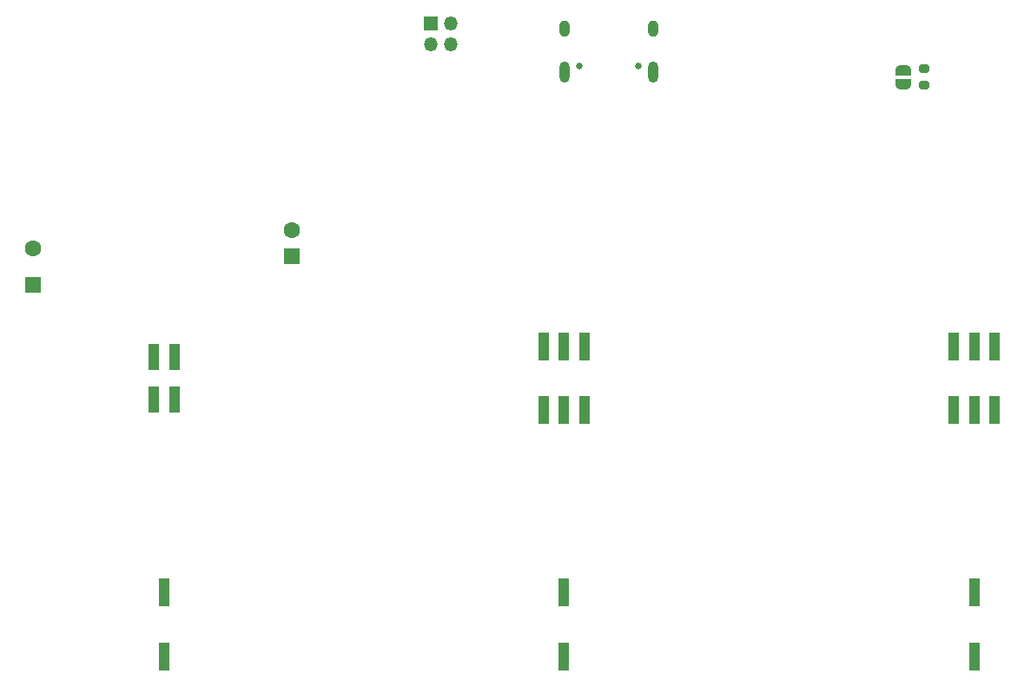
<source format=gbr>
%TF.GenerationSoftware,KiCad,Pcbnew,8.0.5*%
%TF.CreationDate,2024-12-04T18:09:43+09:00*%
%TF.ProjectId,GESC_Logic,47455343-5f4c-46f6-9769-632e6b696361,rev?*%
%TF.SameCoordinates,Original*%
%TF.FileFunction,Soldermask,Bot*%
%TF.FilePolarity,Negative*%
%FSLAX46Y46*%
G04 Gerber Fmt 4.6, Leading zero omitted, Abs format (unit mm)*
G04 Created by KiCad (PCBNEW 8.0.5) date 2024-12-04 18:09:43*
%MOMM*%
%LPD*%
G01*
G04 APERTURE LIST*
G04 Aperture macros list*
%AMRoundRect*
0 Rectangle with rounded corners*
0 $1 Rounding radius*
0 $2 $3 $4 $5 $6 $7 $8 $9 X,Y pos of 4 corners*
0 Add a 4 corners polygon primitive as box body*
4,1,4,$2,$3,$4,$5,$6,$7,$8,$9,$2,$3,0*
0 Add four circle primitives for the rounded corners*
1,1,$1+$1,$2,$3*
1,1,$1+$1,$4,$5*
1,1,$1+$1,$6,$7*
1,1,$1+$1,$8,$9*
0 Add four rect primitives between the rounded corners*
20,1,$1+$1,$2,$3,$4,$5,0*
20,1,$1+$1,$4,$5,$6,$7,0*
20,1,$1+$1,$6,$7,$8,$9,0*
20,1,$1+$1,$8,$9,$2,$3,0*%
%AMFreePoly0*
4,1,19,0.500000,-0.750000,0.000000,-0.750000,0.000000,-0.744911,-0.071157,-0.744911,-0.207708,-0.704816,-0.327430,-0.627875,-0.420627,-0.520320,-0.479746,-0.390866,-0.500000,-0.250000,-0.500000,0.250000,-0.479746,0.390866,-0.420627,0.520320,-0.327430,0.627875,-0.207708,0.704816,-0.071157,0.744911,0.000000,0.744911,0.000000,0.750000,0.500000,0.750000,0.500000,-0.750000,0.500000,-0.750000,
$1*%
%AMFreePoly1*
4,1,19,0.000000,0.744911,0.071157,0.744911,0.207708,0.704816,0.327430,0.627875,0.420627,0.520320,0.479746,0.390866,0.500000,0.250000,0.500000,-0.250000,0.479746,-0.390866,0.420627,-0.520320,0.327430,-0.627875,0.207708,-0.704816,0.071157,-0.744911,0.000000,-0.744911,0.000000,-0.750000,-0.500000,-0.750000,-0.500000,0.750000,0.000000,0.750000,0.000000,0.744911,0.000000,0.744911,
$1*%
G04 Aperture macros list end*
%ADD10R,1.600000X1.600000*%
%ADD11C,1.600000*%
%ADD12R,1.350000X1.350000*%
%ADD13O,1.350000X1.350000*%
%ADD14C,0.650000*%
%ADD15O,1.000000X2.100000*%
%ADD16O,1.000000X1.600000*%
%ADD17R,1.000000X2.750000*%
%ADD18FreePoly0,90.000000*%
%ADD19FreePoly1,90.000000*%
%ADD20R,1.000000X2.580000*%
%ADD21RoundRect,0.200000X0.275000X-0.200000X0.275000X0.200000X-0.275000X0.200000X-0.275000X-0.200000X0*%
G04 APERTURE END LIST*
D10*
%TO.C,C62*%
X104700000Y-113352651D03*
D11*
X104700000Y-109852651D03*
%TD*%
D12*
%TO.C,J11*%
X143500000Y-87900000D03*
D13*
X145500000Y-87900000D03*
X143500000Y-89900000D03*
X145500000Y-89900000D03*
%TD*%
D10*
%TO.C,C63*%
X130000000Y-110582380D03*
D11*
X130000000Y-108082380D03*
%TD*%
D14*
%TO.C,J13*%
X163790000Y-92080000D03*
X158010000Y-92080000D03*
D15*
X165220000Y-92610000D03*
D16*
X165220000Y-88430000D03*
D15*
X156580000Y-92610000D03*
D16*
X156580000Y-88430000D03*
%TD*%
D17*
%TO.C,J17*%
X156500000Y-143375000D03*
X156500000Y-149625000D03*
%TD*%
%TO.C,J4*%
X154500000Y-125625000D03*
X154500000Y-119375000D03*
X156500000Y-125625000D03*
X156500000Y-119375000D03*
X158500000Y-125625000D03*
X158500000Y-119375000D03*
%TD*%
%TO.C,J16*%
X117500000Y-143375000D03*
X117500000Y-149625000D03*
%TD*%
D18*
%TO.C,JP1*%
X189600000Y-93800000D03*
D19*
X189600000Y-92500000D03*
%TD*%
D17*
%TO.C,J18*%
X196500000Y-143375000D03*
X196500000Y-149625000D03*
%TD*%
%TO.C,J5*%
X194500000Y-125625000D03*
X194500000Y-119375000D03*
X196500000Y-125625000D03*
X196500000Y-119375000D03*
X198500000Y-125625000D03*
X198500000Y-119375000D03*
%TD*%
D20*
%TO.C,J3*%
X118500000Y-124585000D03*
X118500000Y-120415000D03*
X116500000Y-124585000D03*
X116500000Y-120415000D03*
%TD*%
D21*
%TO.C,R12*%
X191600000Y-93950000D03*
X191600000Y-92300000D03*
%TD*%
M02*

</source>
